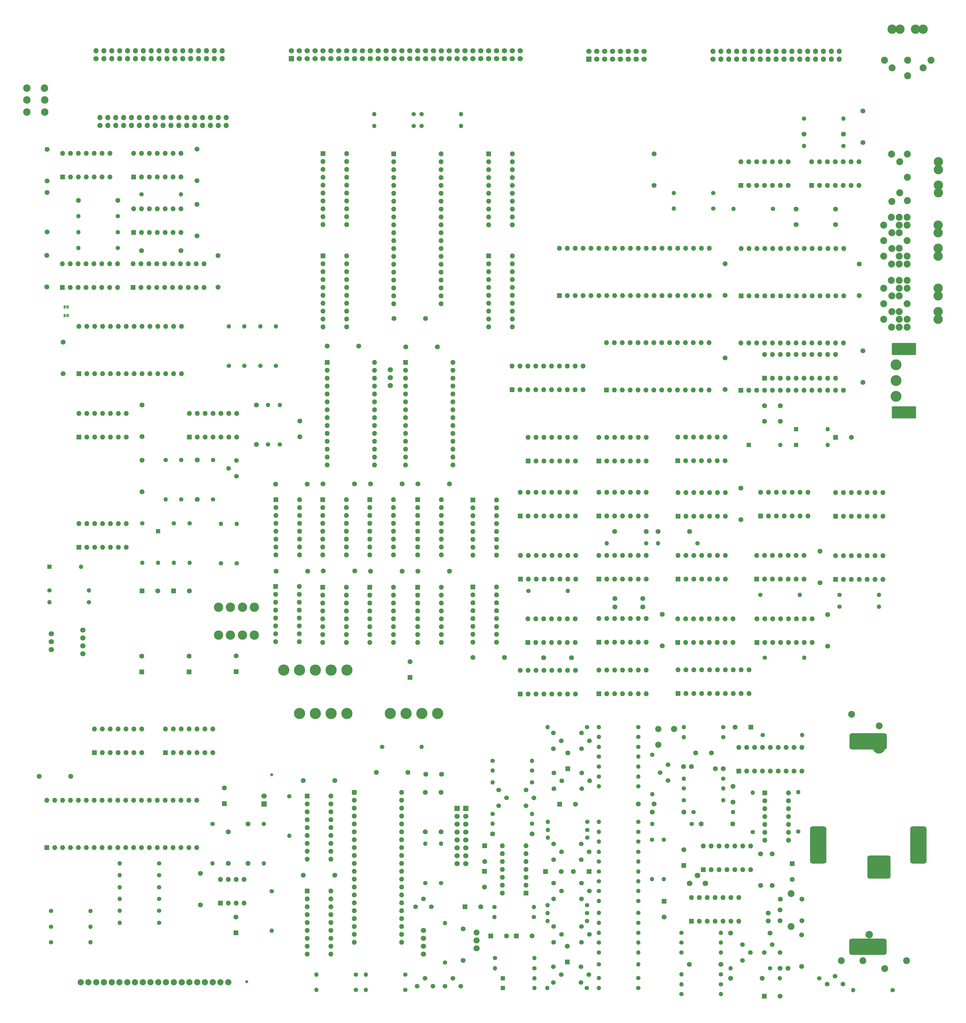
<source format=gbr>
%TF.GenerationSoftware,KiCad,Pcbnew,9.0.6*%
%TF.CreationDate,2025-11-01T23:52:33+00:00*%
%TF.ProjectId,EinsteinTC01,45696e73-7465-4696-9e54-4330312e6b69,rev?*%
%TF.SameCoordinates,Original*%
%TF.FileFunction,Soldermask,Bot*%
%TF.FilePolarity,Negative*%
%FSLAX46Y46*%
G04 Gerber Fmt 4.6, Leading zero omitted, Abs format (unit mm)*
G04 Created by KiCad (PCBNEW 9.0.6) date 2025-11-01 23:52:33*
%MOMM*%
%LPD*%
G01*
G04 APERTURE LIST*
G04 Aperture macros list*
%AMRoundRect*
0 Rectangle with rounded corners*
0 $1 Rounding radius*
0 $2 $3 $4 $5 $6 $7 $8 $9 X,Y pos of 4 corners*
0 Add a 4 corners polygon primitive as box body*
4,1,4,$2,$3,$4,$5,$6,$7,$8,$9,$2,$3,0*
0 Add four circle primitives for the rounded corners*
1,1,$1+$1,$2,$3*
1,1,$1+$1,$4,$5*
1,1,$1+$1,$6,$7*
1,1,$1+$1,$8,$9*
0 Add four rect primitives between the rounded corners*
20,1,$1+$1,$2,$3,$4,$5,0*
20,1,$1+$1,$4,$5,$6,$7,0*
20,1,$1+$1,$6,$7,$8,$9,0*
20,1,$1+$1,$8,$9,$2,$3,0*%
G04 Aperture macros list end*
%ADD10C,1.600000*%
%ADD11C,1.700000*%
%ADD12O,1.700000X1.700000*%
%ADD13R,1.600000X1.600000*%
%ADD14O,1.600000X1.600000*%
%ADD15R,1.700000X1.700000*%
%ADD16C,1.400000*%
%ADD17O,1.400000X1.400000*%
%ADD18C,1.500000*%
%ADD19C,1.000000*%
%ADD20R,1.400000X1.400000*%
%ADD21C,3.600000*%
%ADD22C,2.250000*%
%ADD23C,3.000000*%
%ADD24C,2.200000*%
%ADD25C,1.800000*%
%ADD26C,1.905000*%
%ADD27O,2.000000X1.905000*%
%ADD28C,2.400000*%
%ADD29RoundRect,0.787500X5.212500X1.837500X-5.212500X1.837500X-5.212500X-1.837500X5.212500X-1.837500X0*%
%ADD30RoundRect,0.781250X2.968750X2.968750X-2.968750X2.968750X-2.968750X-2.968750X2.968750X-2.968750X0*%
%ADD31RoundRect,0.787500X1.837500X-5.212500X1.837500X5.212500X-1.837500X5.212500X-1.837500X-5.212500X0*%
%ADD32C,4.000000*%
%ADD33C,2.000000*%
%ADD34C,3.500000*%
%ADD35RoundRect,0.275000X-3.650000X1.650000X-3.650000X-1.650000X3.650000X-1.650000X3.650000X1.650000X0*%
%ADD36R,0.600000X1.000000*%
G04 APERTURE END LIST*
%TO.C,JP4*%
G36*
X106600000Y-113400000D02*
G01*
X106900000Y-113400000D01*
X106900000Y-112400000D01*
X106600000Y-112400000D01*
X106600000Y-113400000D01*
G37*
%TO.C,JP5*%
G36*
X106600000Y-116175000D02*
G01*
X106900000Y-116175000D01*
X106900000Y-115175000D01*
X106600000Y-115175000D01*
X106600000Y-116175000D01*
G37*
%TD*%
D10*
%TO.C,C5*%
X158930000Y-292070000D03*
X158930000Y-281910000D03*
%TD*%
D11*
%TO.C,M1*%
X314980000Y-33080000D03*
D12*
X314980000Y-30540000D03*
X317520000Y-33080000D03*
X317520000Y-30540000D03*
X320060000Y-33080000D03*
X320060000Y-30540000D03*
X322600000Y-33080000D03*
X322600000Y-30540000D03*
X325140000Y-33080000D03*
X325140000Y-30540000D03*
X327680000Y-33080000D03*
X327680000Y-30540000D03*
X330220000Y-33080000D03*
X330220000Y-30540000D03*
X332760000Y-33080000D03*
X332760000Y-30540000D03*
X335300000Y-33080000D03*
X335300000Y-30540000D03*
X337840000Y-33080000D03*
X337840000Y-30540000D03*
X340380000Y-33080000D03*
X340380000Y-30540000D03*
X342920000Y-33080000D03*
X342920000Y-30540000D03*
X345460000Y-33080000D03*
X345460000Y-30540000D03*
X348000000Y-33080000D03*
X348000000Y-30540000D03*
X350540000Y-33080000D03*
X350540000Y-30540000D03*
X353080000Y-33080000D03*
X353080000Y-30540000D03*
X355620000Y-33080000D03*
X355620000Y-30540000D03*
%TD*%
D13*
%TO.C,I26*%
X252920000Y-180170000D03*
D14*
X255460000Y-180170000D03*
X258000000Y-180170000D03*
X260540000Y-180170000D03*
X263080000Y-180170000D03*
X265620000Y-180170000D03*
X268160000Y-180170000D03*
X270700000Y-180170000D03*
X270700000Y-172550000D03*
X268160000Y-172550000D03*
X265620000Y-172550000D03*
X263080000Y-172550000D03*
X260540000Y-172550000D03*
X258000000Y-172550000D03*
X255460000Y-172550000D03*
X252920000Y-172550000D03*
%TD*%
D15*
%TO.C,M101*%
X235360000Y-274297500D03*
D11*
X235360000Y-276837500D03*
X235360000Y-279377500D03*
X235360000Y-281917500D03*
X235360000Y-284457500D03*
X235360000Y-286997500D03*
X235360000Y-289537500D03*
X235360000Y-292077500D03*
%TD*%
D16*
%TO.C,R61*%
X172900000Y-301000000D03*
D17*
X172900000Y-313700000D03*
%TD*%
D13*
%TO.C,I66*%
X255390000Y-220870000D03*
D14*
X257930000Y-220870000D03*
X260470000Y-220870000D03*
X263010000Y-220870000D03*
X265550000Y-220870000D03*
X268090000Y-220870000D03*
X270630000Y-220870000D03*
X270630000Y-213250000D03*
X268090000Y-213250000D03*
X265550000Y-213250000D03*
X263010000Y-213250000D03*
X260470000Y-213250000D03*
X257930000Y-213250000D03*
X255390000Y-213250000D03*
%TD*%
D18*
%TO.C,Q116*%
X272615000Y-312370000D03*
X275155000Y-314910000D03*
X272615000Y-317450000D03*
%TD*%
D16*
%TO.C,R24*%
X215930000Y-332770000D03*
D17*
X203230000Y-332770000D03*
%TD*%
D16*
%TO.C,R175*%
X318280000Y-251370000D03*
D17*
X305580000Y-251370000D03*
%TD*%
D13*
%TO.C,I6*%
X237700000Y-203070000D03*
D14*
X237700000Y-205610000D03*
X237700000Y-208150000D03*
X237700000Y-210690000D03*
X237700000Y-213230000D03*
X237700000Y-215770000D03*
X237700000Y-218310000D03*
X237700000Y-220850000D03*
X245320000Y-220850000D03*
X245320000Y-218310000D03*
X245320000Y-215770000D03*
X245320000Y-213230000D03*
X245320000Y-210690000D03*
X245320000Y-208150000D03*
X245320000Y-205610000D03*
X245320000Y-203070000D03*
%TD*%
D10*
%TO.C,C45*%
X351880000Y-222090000D03*
X351880000Y-211930000D03*
%TD*%
%TO.C,C3*%
X149990000Y-305390000D03*
X149990000Y-295230000D03*
%TD*%
D13*
%TO.C,I3*%
X242730000Y-63590000D03*
D14*
X242730000Y-66130000D03*
X242730000Y-68670000D03*
X242730000Y-71210000D03*
X242730000Y-73750000D03*
X242730000Y-76290000D03*
X242730000Y-78830000D03*
X242730000Y-81370000D03*
X242730000Y-83910000D03*
X242730000Y-86450000D03*
X250350000Y-86450000D03*
X250350000Y-83910000D03*
X250350000Y-81370000D03*
X250350000Y-78830000D03*
X250350000Y-76290000D03*
X250350000Y-73750000D03*
X250350000Y-71210000D03*
X250350000Y-68670000D03*
X250350000Y-66130000D03*
X250350000Y-63590000D03*
%TD*%
D10*
%TO.C,C46*%
X298650000Y-222000000D03*
X298650000Y-211840000D03*
%TD*%
%TO.C,C52*%
X318860000Y-139460000D03*
X318860000Y-129300000D03*
%TD*%
D13*
%TO.C,I32*%
X330320000Y-180188000D03*
D14*
X332860000Y-180188000D03*
X335400000Y-180188000D03*
X337940000Y-180188000D03*
X340480000Y-180188000D03*
X343020000Y-180188000D03*
X345560000Y-180188000D03*
X345560000Y-172568000D03*
X343020000Y-172568000D03*
X340480000Y-172568000D03*
X337940000Y-172568000D03*
X335400000Y-172568000D03*
X332860000Y-172568000D03*
X330320000Y-172568000D03*
%TD*%
D19*
%TO.C,TP2*%
X172925000Y-263525000D03*
%TD*%
D20*
%TO.C,D2*%
X341730000Y-157330000D03*
D17*
X351890000Y-157330000D03*
%TD*%
D16*
%TO.C,R13*%
X136680000Y-299710000D03*
D17*
X123980000Y-299710000D03*
%TD*%
D13*
%TO.C,I52*%
X110870000Y-190250000D03*
D14*
X113410000Y-190250000D03*
X115950000Y-190250000D03*
X118490000Y-190250000D03*
X121030000Y-190250000D03*
X123570000Y-190250000D03*
X126110000Y-190250000D03*
X126110000Y-182630000D03*
X123570000Y-182630000D03*
X121030000Y-182630000D03*
X118490000Y-182630000D03*
X115950000Y-182630000D03*
X113410000Y-182630000D03*
X110870000Y-182630000D03*
%TD*%
D16*
%TO.C,R22*%
X200010000Y-332770000D03*
D17*
X187310000Y-332770000D03*
%TD*%
D16*
%TO.C,R19*%
X228720000Y-323980000D03*
D17*
X228720000Y-311280000D03*
%TD*%
D10*
%TO.C,X100*%
X314440000Y-256450000D03*
X309360000Y-256450000D03*
%TD*%
D18*
%TO.C,Q111*%
X272500000Y-325270000D03*
X275040000Y-327810000D03*
X272500000Y-330350000D03*
%TD*%
D10*
%TO.C,C35*%
X199610000Y-169870000D03*
X189450000Y-169870000D03*
%TD*%
%TO.C,X2*%
X181970000Y-154710000D03*
X181970000Y-149630000D03*
%TD*%
D16*
%TO.C,R36*%
X143830000Y-174880000D03*
D17*
X143830000Y-162180000D03*
%TD*%
D16*
%TO.C,R23*%
X200010000Y-327840000D03*
D17*
X187310000Y-327840000D03*
%TD*%
D13*
%TO.C,I38*%
X199540000Y-269170000D03*
D14*
X199540000Y-271710000D03*
X199540000Y-274250000D03*
X199540000Y-276790000D03*
X199540000Y-279330000D03*
X199540000Y-281870000D03*
X199540000Y-284410000D03*
X199540000Y-286950000D03*
X199540000Y-289490000D03*
X199540000Y-292030000D03*
X199540000Y-294570000D03*
X199540000Y-297110000D03*
X199540000Y-299650000D03*
X199540000Y-302190000D03*
X199540000Y-304730000D03*
X199540000Y-307270000D03*
X199540000Y-309810000D03*
X199540000Y-312350000D03*
X199540000Y-314890000D03*
X199540000Y-317430000D03*
X214780000Y-317430000D03*
X214780000Y-314890000D03*
X214780000Y-312350000D03*
X214780000Y-309810000D03*
X214780000Y-307270000D03*
X214780000Y-304730000D03*
X214780000Y-302190000D03*
X214780000Y-299650000D03*
X214780000Y-297110000D03*
X214780000Y-294570000D03*
X214780000Y-292030000D03*
X214780000Y-289490000D03*
X214780000Y-286950000D03*
X214780000Y-284410000D03*
X214780000Y-281870000D03*
X214780000Y-279330000D03*
X214780000Y-276790000D03*
X214780000Y-274250000D03*
X214780000Y-271710000D03*
X214780000Y-269170000D03*
%TD*%
D16*
%TO.C,R128*%
X290930000Y-278660000D03*
D17*
X278230000Y-278660000D03*
%TD*%
D16*
%TO.C,R142*%
X290930000Y-288280000D03*
D17*
X278230000Y-288280000D03*
%TD*%
D13*
%TO.C,C25*%
X141370000Y-204330000D03*
D10*
X146450000Y-204330000D03*
%TD*%
D13*
%TO.C,I21*%
X303710000Y-200540000D03*
D14*
X306250000Y-200540000D03*
X308790000Y-200540000D03*
X311330000Y-200540000D03*
X313870000Y-200540000D03*
X316410000Y-200540000D03*
X318950000Y-200540000D03*
X318950000Y-192920000D03*
X316410000Y-192920000D03*
X313870000Y-192920000D03*
X311330000Y-192920000D03*
X308790000Y-192920000D03*
X306250000Y-192920000D03*
X303710000Y-192920000D03*
%TD*%
D20*
%TO.C,D3*%
X326460000Y-157330000D03*
D17*
X336620000Y-157330000D03*
%TD*%
D10*
%TO.C,C122*%
X332800000Y-308050000D03*
X332800000Y-310590000D03*
%TD*%
D16*
%TO.C,R40*%
X161620000Y-195405000D03*
D17*
X161620000Y-182705000D03*
%TD*%
D18*
%TO.C,Q120*%
X263690000Y-312370000D03*
X266230000Y-314910000D03*
X263690000Y-317450000D03*
%TD*%
D21*
%TO.C,M8*%
X181870000Y-243770000D03*
X186950000Y-243770000D03*
X192030000Y-243770000D03*
X197110000Y-243770000D03*
%TD*%
D16*
%TO.C,R143*%
X278260000Y-257680000D03*
D17*
X290960000Y-257680000D03*
%TD*%
D13*
%TO.C,I37*%
X156400000Y-304790000D03*
D14*
X158940000Y-304790000D03*
X161480000Y-304790000D03*
X164020000Y-304790000D03*
X164020000Y-297170000D03*
X161480000Y-297170000D03*
X158940000Y-297170000D03*
X156400000Y-297170000D03*
%TD*%
D13*
%TO.C,I17*%
X255460000Y-162470000D03*
D14*
X258000000Y-162470000D03*
X260540000Y-162470000D03*
X263080000Y-162470000D03*
X265620000Y-162470000D03*
X268160000Y-162470000D03*
X270700000Y-162470000D03*
X270700000Y-154850000D03*
X268160000Y-154850000D03*
X265620000Y-154850000D03*
X263080000Y-154850000D03*
X260540000Y-154850000D03*
X258000000Y-154850000D03*
X255460000Y-154850000D03*
%TD*%
D20*
%TO.C,D4*%
X136310000Y-185070000D03*
D17*
X136310000Y-195230000D03*
%TD*%
D16*
%TO.C,R10*%
X101900000Y-317420000D03*
D17*
X114600000Y-317420000D03*
%TD*%
D16*
%TO.C,R2*%
X218600000Y-50820000D03*
D17*
X205900000Y-50820000D03*
%TD*%
D16*
%TO.C,R167*%
X308130000Y-279350000D03*
D17*
X295430000Y-279350000D03*
%TD*%
D16*
%TO.C,R30*%
X169240000Y-131850000D03*
D17*
X169240000Y-119150000D03*
%TD*%
D10*
%TO.C,C41*%
X323980000Y-181410000D03*
X323980000Y-171250000D03*
%TD*%
D13*
%TO.C,I40*%
X184330000Y-270390000D03*
D14*
X184330000Y-272930000D03*
X184330000Y-275470000D03*
X184330000Y-278010000D03*
X184330000Y-280550000D03*
X184330000Y-283090000D03*
X184330000Y-285630000D03*
X184330000Y-288170000D03*
X184330000Y-290710000D03*
X191950000Y-290710000D03*
X191950000Y-288170000D03*
X191950000Y-285630000D03*
X191950000Y-283090000D03*
X191950000Y-280550000D03*
X191950000Y-278010000D03*
X191950000Y-275470000D03*
X191950000Y-272930000D03*
X191950000Y-270390000D03*
%TD*%
D13*
%TO.C,I54*%
X278280000Y-220860000D03*
D14*
X280820000Y-220860000D03*
X283360000Y-220860000D03*
X285900000Y-220860000D03*
X288440000Y-220860000D03*
X290980000Y-220860000D03*
X293520000Y-220860000D03*
X293520000Y-213240000D03*
X290980000Y-213240000D03*
X288440000Y-213240000D03*
X285900000Y-213240000D03*
X283360000Y-213240000D03*
X280820000Y-213240000D03*
X278280000Y-213240000D03*
%TD*%
D10*
%TO.C,C120*%
X333390000Y-314450000D03*
X320690000Y-314450000D03*
%TD*%
D16*
%TO.C,R14*%
X136680000Y-295850000D03*
D17*
X123980000Y-295850000D03*
%TD*%
D13*
%TO.C,I15*%
X174270000Y-174970000D03*
D14*
X174270000Y-177510000D03*
X174270000Y-180050000D03*
X174270000Y-182590000D03*
X174270000Y-185130000D03*
X174270000Y-187670000D03*
X174270000Y-190210000D03*
X174270000Y-192750000D03*
X181890000Y-192750000D03*
X181890000Y-190210000D03*
X181890000Y-187670000D03*
X181890000Y-185130000D03*
X181890000Y-182590000D03*
X181890000Y-180050000D03*
X181890000Y-177510000D03*
X181890000Y-174970000D03*
%TD*%
D13*
%TO.C,I5*%
X242750000Y-96470000D03*
D14*
X242750000Y-99010000D03*
X242750000Y-101550000D03*
X242750000Y-104090000D03*
X242750000Y-106630000D03*
X242750000Y-109170000D03*
X242750000Y-111710000D03*
X242750000Y-114250000D03*
X242750000Y-116790000D03*
X242750000Y-119330000D03*
X250370000Y-119330000D03*
X250370000Y-116790000D03*
X250370000Y-114250000D03*
X250370000Y-111710000D03*
X250370000Y-109170000D03*
X250370000Y-106630000D03*
X250370000Y-104090000D03*
X250370000Y-101550000D03*
X250370000Y-99010000D03*
X250370000Y-96470000D03*
%TD*%
D10*
%TO.C,C28*%
X131160000Y-154640000D03*
X131160000Y-144480000D03*
%TD*%
D18*
%TO.C,Q1*%
X228710000Y-331570000D03*
X231250000Y-329030000D03*
X233790000Y-331570000D03*
%TD*%
D11*
%TO.C,M12*%
X101960000Y-218110000D03*
X101960000Y-220650000D03*
X101960000Y-223190000D03*
%TD*%
D10*
%TO.C,J50*%
X283440000Y-206790000D03*
X292400000Y-206790000D03*
%TD*%
D13*
%TO.C,C112*%
X261080000Y-294660000D03*
D10*
X266160000Y-294660000D03*
%TD*%
%TO.C,C33*%
X214870000Y-169870000D03*
X204710000Y-169870000D03*
%TD*%
D20*
%TO.C,D1*%
X341730000Y-152260000D03*
D17*
X351890000Y-152260000D03*
%TD*%
D16*
%TO.C,R56*%
X123360000Y-83700000D03*
D17*
X110660000Y-83700000D03*
%TD*%
D13*
%TO.C,I58*%
X280710000Y-139640000D03*
D14*
X283250000Y-139640000D03*
X285790000Y-139640000D03*
X288330000Y-139640000D03*
X290870000Y-139640000D03*
X293410000Y-139640000D03*
X295950000Y-139640000D03*
X298490000Y-139640000D03*
X301030000Y-139640000D03*
X303570000Y-139640000D03*
X306110000Y-139640000D03*
X308650000Y-139640000D03*
X311190000Y-139640000D03*
X313730000Y-139640000D03*
X313730000Y-124400000D03*
X311190000Y-124400000D03*
X308650000Y-124400000D03*
X306110000Y-124400000D03*
X303570000Y-124400000D03*
X301030000Y-124400000D03*
X298490000Y-124400000D03*
X295950000Y-124400000D03*
X293410000Y-124400000D03*
X290870000Y-124400000D03*
X288330000Y-124400000D03*
X285790000Y-124400000D03*
X283250000Y-124400000D03*
X280710000Y-124400000D03*
%TD*%
D16*
%TO.C,R101*%
X257510000Y-325800000D03*
D17*
X244810000Y-325800000D03*
%TD*%
D10*
%TO.C,C40*%
X295990000Y-73800000D03*
X295990000Y-63640000D03*
%TD*%
D16*
%TO.C,R168*%
X330970000Y-250720000D03*
D17*
X343670000Y-250720000D03*
%TD*%
D10*
%TO.C,C106*%
X244040000Y-282510000D03*
X256740000Y-282510000D03*
%TD*%
D22*
%TO.C,M16*%
X370170000Y-33435000D03*
X372670000Y-35935000D03*
X377670000Y-33435000D03*
X382670000Y-35935000D03*
X385170000Y-33435000D03*
X377670000Y-38435000D03*
D23*
X372670000Y-23435000D03*
X375170000Y-23435000D03*
X380170000Y-23435000D03*
X382670000Y-23435000D03*
%TD*%
D22*
%TO.C,M15*%
X377450000Y-84035000D03*
X377450000Y-86535000D03*
X369950000Y-86535000D03*
X377450000Y-91535000D03*
X369950000Y-91535000D03*
X377450000Y-96535000D03*
X369950000Y-96535000D03*
X377450000Y-99035000D03*
X374950000Y-86535000D03*
X374950000Y-89035000D03*
X372570000Y-89035000D03*
X374950000Y-94035000D03*
X372570000Y-94055000D03*
X374950000Y-96535000D03*
X374950000Y-84035000D03*
X372430000Y-84035000D03*
X374950000Y-99035000D03*
X372450000Y-99035000D03*
D23*
X387450000Y-86535000D03*
X387450000Y-89035000D03*
X387450000Y-94035000D03*
X387450000Y-96535000D03*
%TD*%
D16*
%TO.C,R123*%
X290930000Y-332180000D03*
D17*
X278230000Y-332180000D03*
%TD*%
D16*
%TO.C,R161*%
X317520000Y-327720000D03*
D17*
X304820000Y-327720000D03*
%TD*%
D10*
%TO.C,C70*%
X143675000Y-94725000D03*
X130975000Y-94725000D03*
%TD*%
D20*
%TO.C,D101*%
X247350000Y-329000000D03*
D17*
X257510000Y-329000000D03*
%TD*%
D13*
%TO.C,I103*%
X308010000Y-310660000D03*
D14*
X310550000Y-310660000D03*
X313090000Y-310660000D03*
X315630000Y-310660000D03*
X318170000Y-310660000D03*
X320710000Y-310660000D03*
X323250000Y-310660000D03*
X323250000Y-303040000D03*
X320710000Y-303040000D03*
X318170000Y-303040000D03*
X315630000Y-303040000D03*
X313090000Y-303040000D03*
X310550000Y-303040000D03*
X308010000Y-303040000D03*
%TD*%
D13*
%TO.C,I14*%
X189350000Y-203110000D03*
D14*
X189350000Y-205650000D03*
X189350000Y-208190000D03*
X189350000Y-210730000D03*
X189350000Y-213270000D03*
X189350000Y-215810000D03*
X189350000Y-218350000D03*
X189350000Y-220890000D03*
X196970000Y-220890000D03*
X196970000Y-218350000D03*
X196970000Y-215810000D03*
X196970000Y-213270000D03*
X196970000Y-210730000D03*
X196970000Y-208190000D03*
X196970000Y-205650000D03*
X196970000Y-203110000D03*
%TD*%
D18*
%TO.C,Q109*%
X254795000Y-268390000D03*
X257335000Y-270930000D03*
X254795000Y-273470000D03*
%TD*%
D10*
%TO.C,J52*%
X269440000Y-225800000D03*
X260480000Y-225800000D03*
%TD*%
D18*
%TO.C,Q113*%
X263685000Y-298420000D03*
X266225000Y-300960000D03*
X263685000Y-303500000D03*
%TD*%
D16*
%TO.C,R157*%
X290960000Y-248140000D03*
D17*
X278260000Y-248140000D03*
%TD*%
D16*
%TO.C,R52*%
X114060000Y-207950000D03*
D17*
X101360000Y-207950000D03*
%TD*%
D11*
%TO.C,M17*%
X112100000Y-216930000D03*
X112100000Y-219470000D03*
X112100000Y-222010000D03*
X112100000Y-224550000D03*
%TD*%
D13*
%TO.C,I102*%
X331630000Y-269380000D03*
D14*
X331630000Y-271920000D03*
X331630000Y-274460000D03*
X331630000Y-277000000D03*
X331630000Y-279540000D03*
X331630000Y-282080000D03*
X331630000Y-284620000D03*
X339250000Y-284620000D03*
X339250000Y-282080000D03*
X339250000Y-279540000D03*
X339250000Y-277000000D03*
X339250000Y-274460000D03*
X339250000Y-271920000D03*
X339250000Y-269380000D03*
%TD*%
D10*
%TO.C,C128*%
X343560000Y-315090000D03*
X343560000Y-325250000D03*
%TD*%
D13*
%TO.C,C121*%
X327160000Y-248180000D03*
D10*
X322080000Y-248180000D03*
%TD*%
D13*
%TO.C,I7*%
X237710000Y-175050000D03*
D14*
X237710000Y-177590000D03*
X237710000Y-180130000D03*
X237710000Y-182670000D03*
X237710000Y-185210000D03*
X237710000Y-187750000D03*
X237710000Y-190290000D03*
X237710000Y-192830000D03*
X245330000Y-192830000D03*
X245330000Y-190290000D03*
X245330000Y-187750000D03*
X245330000Y-185210000D03*
X245330000Y-182670000D03*
X245330000Y-180130000D03*
X245330000Y-177590000D03*
X245330000Y-175050000D03*
%TD*%
D16*
%TO.C,R172*%
X299160000Y-284440000D03*
D17*
X299160000Y-297140000D03*
%TD*%
D13*
%TO.C,C6*%
X157670000Y-272840000D03*
D10*
X157670000Y-267760000D03*
%TD*%
D15*
%TO.C,M100*%
X232600000Y-274297500D03*
D11*
X232600000Y-276837500D03*
X232600000Y-279377500D03*
X232600000Y-281917500D03*
X232600000Y-284457500D03*
X232600000Y-286997500D03*
X232600000Y-289537500D03*
X232600000Y-292077500D03*
%TD*%
D10*
%TO.C,C130*%
X315740000Y-261580000D03*
X318280000Y-261580000D03*
%TD*%
%TO.C,C1*%
X283330000Y-185210000D03*
X293490000Y-185210000D03*
%TD*%
D16*
%TO.C,R60*%
X178620000Y-270400000D03*
D17*
X178620000Y-283100000D03*
%TD*%
D10*
%TO.C,C60*%
X148830000Y-72220000D03*
X148830000Y-62060000D03*
%TD*%
%TO.C,C54*%
X363240000Y-137150000D03*
X363240000Y-126990000D03*
%TD*%
%TO.C,C15*%
X356960000Y-57290000D03*
X344260000Y-57290000D03*
%TD*%
%TO.C,L101*%
X343600000Y-310520000D03*
X336575000Y-307020000D03*
X336625000Y-303520000D03*
X343600000Y-303520000D03*
X336600000Y-310520000D03*
D24*
X340100000Y-312370000D03*
X340100000Y-301770000D03*
%TD*%
D16*
%TO.C,R138*%
X278230000Y-317500000D03*
D17*
X290930000Y-317500000D03*
%TD*%
D16*
%TO.C,R166*%
X308750000Y-275550000D03*
D17*
X321450000Y-275550000D03*
%TD*%
D10*
%TO.C,X1*%
X222510000Y-263360000D03*
X227590000Y-263360000D03*
%TD*%
%TO.C,C17*%
X354440000Y-86390000D03*
X341740000Y-86390000D03*
%TD*%
D18*
%TO.C,Q114*%
X263760000Y-262890000D03*
X266300000Y-265430000D03*
X263760000Y-267970000D03*
%TD*%
D13*
%TO.C,C108*%
X251620000Y-315410000D03*
D10*
X256700000Y-315410000D03*
%TD*%
%TO.C,C56*%
X193240000Y-265320000D03*
X183080000Y-265320000D03*
%TD*%
D18*
%TO.C,Q123*%
X324460000Y-318160000D03*
X327000000Y-320700000D03*
X324460000Y-323240000D03*
%TD*%
D16*
%TO.C,R26*%
X227440000Y-298410000D03*
D17*
X227440000Y-285710000D03*
%TD*%
D13*
%TO.C,I22*%
X278250000Y-162470000D03*
D14*
X280790000Y-162470000D03*
X283330000Y-162470000D03*
X285870000Y-162470000D03*
X288410000Y-162470000D03*
X290950000Y-162470000D03*
X293490000Y-162470000D03*
X293490000Y-154850000D03*
X290950000Y-154850000D03*
X288410000Y-154850000D03*
X285870000Y-154850000D03*
X283330000Y-154850000D03*
X280790000Y-154850000D03*
X278250000Y-154850000D03*
%TD*%
D22*
%TO.C,M13*%
X372490000Y-63650000D03*
X372570000Y-78890000D03*
X377570000Y-71150000D03*
X375070000Y-76150000D03*
X375070000Y-66150000D03*
X377570000Y-63650000D03*
X377570000Y-78650000D03*
D23*
X387570000Y-66150000D03*
X387570000Y-68650000D03*
X387570000Y-73650000D03*
X387570000Y-76150000D03*
%TD*%
D16*
%TO.C,R15*%
X136680000Y-292050000D03*
D17*
X123980000Y-292050000D03*
%TD*%
D13*
%TO.C,I16*%
X174220000Y-202900000D03*
D14*
X174220000Y-205440000D03*
X174220000Y-207980000D03*
X174220000Y-210520000D03*
X174220000Y-213060000D03*
X174220000Y-215600000D03*
X174220000Y-218140000D03*
X174220000Y-220680000D03*
X181840000Y-220680000D03*
X181840000Y-218140000D03*
X181840000Y-215600000D03*
X181840000Y-213060000D03*
X181840000Y-210520000D03*
X181840000Y-207980000D03*
X181840000Y-205440000D03*
X181840000Y-202900000D03*
%TD*%
D10*
%TO.C,M50*%
X363210000Y-59960000D03*
X363210000Y-49800000D03*
%TD*%
D18*
%TO.C,Q2*%
X219760000Y-331570000D03*
X222300000Y-329030000D03*
X224840000Y-331570000D03*
%TD*%
D13*
%TO.C,I57*%
X303700000Y-237300000D03*
D14*
X306240000Y-237300000D03*
X308780000Y-237300000D03*
X311320000Y-237300000D03*
X313860000Y-237300000D03*
X316400000Y-237300000D03*
X318940000Y-237300000D03*
X321480000Y-237300000D03*
X324020000Y-237300000D03*
X326560000Y-237300000D03*
X326560000Y-229680000D03*
X324020000Y-229680000D03*
X321480000Y-229680000D03*
X318940000Y-229680000D03*
X316400000Y-229680000D03*
X313860000Y-229680000D03*
X311320000Y-229680000D03*
X308780000Y-229680000D03*
X306240000Y-229680000D03*
X303700000Y-229680000D03*
%TD*%
D13*
%TO.C,I48*%
X110870000Y-154780000D03*
D14*
X113410000Y-154780000D03*
X115950000Y-154780000D03*
X118490000Y-154780000D03*
X121030000Y-154780000D03*
X123570000Y-154780000D03*
X126110000Y-154780000D03*
X126110000Y-147160000D03*
X123570000Y-147160000D03*
X121030000Y-147160000D03*
X118490000Y-147160000D03*
X115950000Y-147160000D03*
X113410000Y-147160000D03*
X110870000Y-147160000D03*
%TD*%
D13*
%TO.C,C23*%
X146350000Y-230350000D03*
D10*
X146350000Y-225270000D03*
%TD*%
D13*
%TO.C,I41*%
X184330000Y-300950000D03*
D14*
X184330000Y-303490000D03*
X184330000Y-306030000D03*
X184330000Y-308570000D03*
X184330000Y-311110000D03*
X184330000Y-313650000D03*
X184330000Y-316190000D03*
X184330000Y-318730000D03*
X184330000Y-321270000D03*
X191950000Y-321270000D03*
X191950000Y-318730000D03*
X191950000Y-316190000D03*
X191950000Y-313650000D03*
X191950000Y-311110000D03*
X191950000Y-308570000D03*
X191950000Y-306030000D03*
X191950000Y-303490000D03*
X191950000Y-300950000D03*
%TD*%
D10*
%TO.C,C48*%
X100490000Y-106470000D03*
X100490000Y-96310000D03*
%TD*%
D13*
%TO.C,I8*%
X219900000Y-174970000D03*
D14*
X219900000Y-177510000D03*
X219900000Y-180050000D03*
X219900000Y-182590000D03*
X219900000Y-185130000D03*
X219900000Y-187670000D03*
X219900000Y-190210000D03*
X219900000Y-192750000D03*
X227520000Y-192750000D03*
X227520000Y-190210000D03*
X227520000Y-187670000D03*
X227520000Y-185130000D03*
X227520000Y-182590000D03*
X227520000Y-180050000D03*
X227520000Y-177510000D03*
X227520000Y-174970000D03*
%TD*%
D16*
%TO.C,R177*%
X349200000Y-328990000D03*
D17*
X336500000Y-328990000D03*
%TD*%
D16*
%TO.C,R144*%
X290960000Y-254500000D03*
D17*
X278260000Y-254500000D03*
%TD*%
D18*
%TO.C,Q108*%
X245985000Y-268390000D03*
X248525000Y-270930000D03*
X245985000Y-273470000D03*
%TD*%
D16*
%TO.C,R160*%
X327730000Y-281990000D03*
D17*
X327730000Y-269290000D03*
%TD*%
D10*
%TO.C,C50*%
X155650000Y-106520000D03*
X155650000Y-96360000D03*
%TD*%
D23*
%TO.C,M51*%
X155810000Y-218530000D03*
X159620000Y-218530000D03*
X163480000Y-218530000D03*
X167340000Y-218530000D03*
X167340000Y-209570000D03*
X163480000Y-209570000D03*
X159620000Y-209570000D03*
X155810000Y-209570000D03*
%TD*%
D13*
%TO.C,I10*%
X219900000Y-203110000D03*
D14*
X219900000Y-205650000D03*
X219900000Y-208190000D03*
X219900000Y-210730000D03*
X219900000Y-213270000D03*
X219900000Y-215810000D03*
X219900000Y-218350000D03*
X219900000Y-220890000D03*
X227520000Y-220890000D03*
X227520000Y-218350000D03*
X227520000Y-215810000D03*
X227520000Y-213270000D03*
X227520000Y-210730000D03*
X227520000Y-208190000D03*
X227520000Y-205650000D03*
X227520000Y-203110000D03*
%TD*%
D16*
%TO.C,R7*%
X255510000Y-204280000D03*
D17*
X268210000Y-204280000D03*
%TD*%
D16*
%TO.C,R162*%
X304820000Y-320720000D03*
D17*
X317520000Y-320720000D03*
%TD*%
D10*
%TO.C,C114*%
X334060000Y-299130000D03*
X334060000Y-288970000D03*
%TD*%
D16*
%TO.C,R53*%
X146500000Y-182530000D03*
D17*
X146500000Y-195230000D03*
%TD*%
D13*
%TO.C,I13*%
X189350000Y-174970000D03*
D14*
X189350000Y-177510000D03*
X189350000Y-180050000D03*
X189350000Y-182590000D03*
X189350000Y-185130000D03*
X189350000Y-187670000D03*
X189350000Y-190210000D03*
X189350000Y-192750000D03*
X196970000Y-192750000D03*
X196970000Y-190210000D03*
X196970000Y-187670000D03*
X196970000Y-185130000D03*
X196970000Y-182590000D03*
X196970000Y-180050000D03*
X196970000Y-177510000D03*
X196970000Y-174970000D03*
%TD*%
D13*
%TO.C,I104*%
X311870000Y-294100000D03*
D14*
X314410000Y-294100000D03*
X316950000Y-294100000D03*
X319490000Y-294100000D03*
X322030000Y-294100000D03*
X324570000Y-294100000D03*
X327110000Y-294100000D03*
X327110000Y-286480000D03*
X324570000Y-286480000D03*
X322030000Y-286480000D03*
X319490000Y-286480000D03*
X316950000Y-286480000D03*
X314410000Y-286480000D03*
X311870000Y-286480000D03*
%TD*%
D16*
%TO.C,R148*%
X290930000Y-285020000D03*
D17*
X278230000Y-285020000D03*
%TD*%
D16*
%TO.C,R43*%
X131020000Y-76630000D03*
D17*
X143720000Y-76630000D03*
%TD*%
D16*
%TO.C,R133*%
X274440000Y-305460000D03*
D17*
X261740000Y-305460000D03*
%TD*%
D10*
%TO.C,C61*%
X100570000Y-72320000D03*
X100570000Y-62160000D03*
%TD*%
D16*
%TO.C,R170*%
X305580000Y-267910000D03*
D17*
X318280000Y-267910000D03*
%TD*%
D10*
%TO.C,C37*%
X184380000Y-169940000D03*
X174220000Y-169940000D03*
%TD*%
D16*
%TO.C,R173*%
X318280000Y-264750000D03*
D17*
X305580000Y-264750000D03*
%TD*%
D16*
%TO.C,R153*%
X290930000Y-307950000D03*
D17*
X278230000Y-307950000D03*
%TD*%
D13*
%TO.C,I42*%
X110880000Y-134410000D03*
D14*
X113420000Y-134410000D03*
X115960000Y-134410000D03*
X118500000Y-134410000D03*
X121040000Y-134410000D03*
X123580000Y-134410000D03*
X126120000Y-134410000D03*
X128660000Y-134410000D03*
X131200000Y-134410000D03*
X133740000Y-134410000D03*
X136280000Y-134410000D03*
X138820000Y-134410000D03*
X141360000Y-134410000D03*
X143900000Y-134410000D03*
X143900000Y-119170000D03*
X141360000Y-119170000D03*
X138820000Y-119170000D03*
X136280000Y-119170000D03*
X133740000Y-119170000D03*
X131200000Y-119170000D03*
X128660000Y-119170000D03*
X126120000Y-119170000D03*
X123580000Y-119170000D03*
X121040000Y-119170000D03*
X118500000Y-119170000D03*
X115960000Y-119170000D03*
X113420000Y-119170000D03*
X110880000Y-119170000D03*
%TD*%
D25*
%TO.C,R179*%
X307430000Y-298490000D03*
X309970000Y-295950000D03*
X312510000Y-298490000D03*
%TD*%
D18*
%TO.C,Q110*%
X263595000Y-325270000D03*
X266135000Y-327810000D03*
X263595000Y-330350000D03*
%TD*%
D13*
%TO.C,C132*%
X331470000Y-334780000D03*
D10*
X336550000Y-334780000D03*
%TD*%
D16*
%TO.C,R8*%
X101900000Y-312420000D03*
D17*
X114600000Y-312420000D03*
%TD*%
D13*
%TO.C,I51*%
X354410000Y-200570000D03*
D14*
X356950000Y-200570000D03*
X359490000Y-200570000D03*
X362030000Y-200570000D03*
X364570000Y-200570000D03*
X367110000Y-200570000D03*
X369650000Y-200570000D03*
X369650000Y-192950000D03*
X367110000Y-192950000D03*
X364570000Y-192950000D03*
X362030000Y-192950000D03*
X359490000Y-192950000D03*
X356950000Y-192950000D03*
X354410000Y-192950000D03*
%TD*%
D15*
%TO.C,M2*%
X275050000Y-33080000D03*
D11*
X275050000Y-30540000D03*
X277590000Y-33080000D03*
X277590000Y-30540000D03*
X280130000Y-33080000D03*
X280130000Y-30540000D03*
X282670000Y-33080000D03*
X282670000Y-30540000D03*
X285210000Y-33080000D03*
X285210000Y-30540000D03*
X287750000Y-33080000D03*
X287750000Y-30540000D03*
X290290000Y-33080000D03*
X290290000Y-30540000D03*
X292830000Y-33080000D03*
X292830000Y-30540000D03*
%TD*%
D10*
%TO.C,C16*%
X354440000Y-81350000D03*
X341740000Y-81350000D03*
%TD*%
D16*
%TO.C,R178*%
X372780000Y-332840000D03*
D17*
X360080000Y-332840000D03*
%TD*%
D16*
%TO.C,R124*%
X278230000Y-297800000D03*
D17*
X290930000Y-297800000D03*
%TD*%
D20*
%TO.C,D100*%
X247350000Y-332200000D03*
D17*
X257510000Y-332200000D03*
%TD*%
D13*
%TO.C,I28*%
X138710000Y-256380000D03*
D14*
X141250000Y-256380000D03*
X143790000Y-256380000D03*
X146330000Y-256380000D03*
X148870000Y-256380000D03*
X151410000Y-256380000D03*
X153950000Y-256380000D03*
X153950000Y-248760000D03*
X151410000Y-248760000D03*
X148870000Y-248760000D03*
X146330000Y-248760000D03*
X143790000Y-248760000D03*
X141250000Y-248760000D03*
X138710000Y-248760000D03*
%TD*%
D13*
%TO.C,I53*%
X105530000Y-106580000D03*
D14*
X108070000Y-106580000D03*
X110610000Y-106580000D03*
X113150000Y-106580000D03*
X115690000Y-106580000D03*
X118230000Y-106580000D03*
X120770000Y-106580000D03*
X123310000Y-106580000D03*
X123310000Y-98960000D03*
X120770000Y-98960000D03*
X118230000Y-98960000D03*
X115690000Y-98960000D03*
X113150000Y-98960000D03*
X110610000Y-98960000D03*
X108070000Y-98960000D03*
X105530000Y-98960000D03*
%TD*%
D10*
%TO.C,C47*%
X237712500Y-225737500D03*
X247872500Y-225737500D03*
%TD*%
D13*
%TO.C,I36*%
X250340000Y-139550000D03*
D14*
X252880000Y-139550000D03*
X255420000Y-139550000D03*
X257960000Y-139550000D03*
X260500000Y-139550000D03*
X263040000Y-139550000D03*
X265580000Y-139550000D03*
X268120000Y-139550000D03*
X270660000Y-139550000D03*
X273200000Y-139550000D03*
X273200000Y-131930000D03*
X270660000Y-131930000D03*
X268120000Y-131930000D03*
X265580000Y-131930000D03*
X263040000Y-131930000D03*
X260500000Y-131930000D03*
X257960000Y-131930000D03*
X255420000Y-131930000D03*
X252880000Y-131930000D03*
X250340000Y-131930000D03*
%TD*%
D16*
%TO.C,R4*%
X221140000Y-50820000D03*
D17*
X233840000Y-50820000D03*
%TD*%
D10*
%TO.C,C116*%
X330310000Y-299130000D03*
X330310000Y-288970000D03*
%TD*%
D26*
%TO.C,I106*%
X238880000Y-314300000D03*
D27*
X238880000Y-316840000D03*
X238880000Y-319380000D03*
%TD*%
D13*
%TO.C,C9*%
X161390000Y-314420000D03*
D10*
X161390000Y-309340000D03*
%TD*%
%TO.C,C118*%
X320660000Y-329040000D03*
X330820000Y-329040000D03*
%TD*%
D16*
%TO.C,R58*%
X315050000Y-81180000D03*
D17*
X302350000Y-81180000D03*
%TD*%
D16*
%TO.C,R106*%
X304820000Y-334090000D03*
D17*
X317520000Y-334090000D03*
%TD*%
D16*
%TO.C,R18*%
X136680000Y-303490000D03*
D17*
X123980000Y-303490000D03*
%TD*%
D16*
%TO.C,R130*%
X256740000Y-265950000D03*
D17*
X244040000Y-265950000D03*
%TD*%
D16*
%TO.C,R135*%
X290960000Y-267230000D03*
D17*
X278260000Y-267230000D03*
%TD*%
D13*
%TO.C,I20*%
X278280000Y-180200000D03*
D14*
X280820000Y-180200000D03*
X283360000Y-180200000D03*
X285900000Y-180200000D03*
X288440000Y-180200000D03*
X290980000Y-180200000D03*
X293520000Y-180200000D03*
X293520000Y-172580000D03*
X290980000Y-172580000D03*
X288440000Y-172580000D03*
X285900000Y-172580000D03*
X283360000Y-172580000D03*
X280820000Y-172580000D03*
X278280000Y-172580000D03*
%TD*%
D16*
%TO.C,R145*%
X278230000Y-320700000D03*
D17*
X290930000Y-320700000D03*
%TD*%
D16*
%TO.C,R165*%
X333360000Y-325850000D03*
D17*
X320660000Y-325850000D03*
%TD*%
D18*
%TO.C,Q125*%
X331510000Y-320770000D03*
X334050000Y-318230000D03*
X336590000Y-320770000D03*
%TD*%
D28*
%TO.C,S1*%
X94060000Y-42400000D03*
X99785000Y-42400000D03*
X94060000Y-50120000D03*
X99850000Y-50120000D03*
X94060000Y-46260000D03*
X99850000Y-46260000D03*
%TD*%
D16*
%TO.C,R141*%
X278230000Y-291420000D03*
D17*
X290930000Y-291420000D03*
%TD*%
D13*
%TO.C,I47*%
X146390000Y-154800000D03*
D14*
X148930000Y-154800000D03*
X151470000Y-154800000D03*
X154010000Y-154800000D03*
X156550000Y-154800000D03*
X159090000Y-154800000D03*
X161630000Y-154800000D03*
X161630000Y-147180000D03*
X159090000Y-147180000D03*
X156550000Y-147180000D03*
X154010000Y-147180000D03*
X151470000Y-147180000D03*
X148930000Y-147180000D03*
X146390000Y-147180000D03*
%TD*%
D18*
%TO.C,Q115*%
X272695000Y-262890000D03*
X275235000Y-265430000D03*
X272695000Y-267970000D03*
%TD*%
D13*
%TO.C,I24*%
X215980000Y-130750000D03*
D14*
X215980000Y-133290000D03*
X215980000Y-135830000D03*
X215980000Y-138370000D03*
X215980000Y-140910000D03*
X215980000Y-143450000D03*
X215980000Y-145990000D03*
X215980000Y-148530000D03*
X215980000Y-151070000D03*
X215980000Y-153610000D03*
X215980000Y-156150000D03*
X215980000Y-158690000D03*
X215980000Y-161230000D03*
X215980000Y-163770000D03*
X231220000Y-163770000D03*
X231220000Y-161230000D03*
X231220000Y-158690000D03*
X231220000Y-156150000D03*
X231220000Y-153610000D03*
X231220000Y-151070000D03*
X231220000Y-148530000D03*
X231220000Y-145990000D03*
X231220000Y-143450000D03*
X231220000Y-140910000D03*
X231220000Y-138370000D03*
X231220000Y-135830000D03*
X231220000Y-133290000D03*
X231220000Y-130750000D03*
%TD*%
D10*
%TO.C,J51*%
X283440000Y-209440000D03*
X292400000Y-209440000D03*
%TD*%
D21*
%TO.C,M9*%
X211070000Y-243770000D03*
X216150000Y-243770000D03*
X221230000Y-243770000D03*
X226310000Y-243770000D03*
%TD*%
D16*
%TO.C,R63*%
X136680000Y-311150000D03*
D17*
X123980000Y-311150000D03*
%TD*%
D13*
%TO.C,I18*%
X278280000Y-200490000D03*
D14*
X280820000Y-200490000D03*
X283360000Y-200490000D03*
X285900000Y-200490000D03*
X288440000Y-200490000D03*
X290980000Y-200490000D03*
X293520000Y-200490000D03*
X293520000Y-192870000D03*
X290980000Y-192870000D03*
X288440000Y-192870000D03*
X285900000Y-192870000D03*
X283360000Y-192870000D03*
X280820000Y-192870000D03*
X278280000Y-192870000D03*
%TD*%
D10*
%TO.C,C30*%
X131200000Y-172420000D03*
X131200000Y-162260000D03*
%TD*%
D16*
%TO.C,R131*%
X244810000Y-322520000D03*
D17*
X257510000Y-322520000D03*
%TD*%
D13*
%TO.C,I4*%
X189425000Y-63480000D03*
D14*
X189425000Y-66020000D03*
X189425000Y-68560000D03*
X189425000Y-71100000D03*
X189425000Y-73640000D03*
X189425000Y-76180000D03*
X189425000Y-78720000D03*
X189425000Y-81260000D03*
X189425000Y-83800000D03*
X189425000Y-86340000D03*
X197045000Y-86340000D03*
X197045000Y-83800000D03*
X197045000Y-81260000D03*
X197045000Y-78720000D03*
X197045000Y-76180000D03*
X197045000Y-73640000D03*
X197045000Y-71100000D03*
X197045000Y-68560000D03*
X197045000Y-66020000D03*
X197045000Y-63480000D03*
%TD*%
D11*
%TO.C,M5*%
X117640000Y-54490000D03*
D12*
X117640000Y-51950000D03*
X120180000Y-54490000D03*
X120180000Y-51950000D03*
X122720000Y-54490000D03*
X122720000Y-51950000D03*
X125260000Y-54490000D03*
X125260000Y-51950000D03*
X127800000Y-54490000D03*
X127800000Y-51950000D03*
X130340000Y-54490000D03*
X130340000Y-51950000D03*
X132880000Y-54490000D03*
X132880000Y-51950000D03*
X135420000Y-54490000D03*
X135420000Y-51950000D03*
X137960000Y-54490000D03*
X137960000Y-51950000D03*
X140500000Y-54490000D03*
X140500000Y-51950000D03*
X143040000Y-54490000D03*
X143040000Y-51950000D03*
X145580000Y-54490000D03*
X145580000Y-51950000D03*
X148120000Y-54490000D03*
X148120000Y-51950000D03*
X150660000Y-54490000D03*
X150660000Y-51950000D03*
X153200000Y-54490000D03*
X153200000Y-51950000D03*
X155740000Y-54490000D03*
X155740000Y-51950000D03*
X158280000Y-54490000D03*
X158280000Y-51950000D03*
%TD*%
D10*
%TO.C,C43*%
X349420000Y-201660000D03*
X349420000Y-191500000D03*
%TD*%
D13*
%TO.C,C110*%
X265600000Y-272980000D03*
D10*
X270680000Y-272980000D03*
%TD*%
D16*
%TO.C,R121*%
X278230000Y-324520000D03*
D17*
X290930000Y-324520000D03*
%TD*%
D16*
%TO.C,R156*%
X274440000Y-248140000D03*
D17*
X261740000Y-248140000D03*
%TD*%
D13*
%TO.C,I44*%
X128470000Y-88880000D03*
D14*
X131010000Y-88880000D03*
X133550000Y-88880000D03*
X136090000Y-88880000D03*
X138630000Y-88880000D03*
X141170000Y-88880000D03*
X143710000Y-88880000D03*
X143710000Y-81260000D03*
X141170000Y-81260000D03*
X138630000Y-81260000D03*
X136090000Y-81260000D03*
X133550000Y-81260000D03*
X131010000Y-81260000D03*
X128470000Y-81260000D03*
%TD*%
D11*
%TO.C,M10*%
X221740000Y-321280000D03*
X221740000Y-318740000D03*
X221740000Y-316200000D03*
X221740000Y-313660000D03*
%TD*%
D16*
%TO.C,R25*%
X222400000Y-298410000D03*
D17*
X222400000Y-285710000D03*
%TD*%
D18*
%TO.C,Q124*%
X300500000Y-265360000D03*
X297960000Y-262820000D03*
X300500000Y-260280000D03*
%TD*%
D15*
%TO.C,M11*%
X170430000Y-272860000D03*
D11*
X170430000Y-270320000D03*
%TD*%
D10*
%TO.C,C36*%
X199700000Y-197920000D03*
X189540000Y-197920000D03*
%TD*%
D16*
%TO.C,R137*%
X244040000Y-258990000D03*
D17*
X256740000Y-258990000D03*
%TD*%
D10*
%TO.C,C124*%
X321370000Y-279350000D03*
X311210000Y-279350000D03*
%TD*%
D16*
%TO.C,R171*%
X295430000Y-257090000D03*
D17*
X295430000Y-269790000D03*
%TD*%
D10*
%TO.C,C38*%
X184480000Y-197960000D03*
X174320000Y-197960000D03*
%TD*%
D13*
%TO.C,C24*%
X131130000Y-230400000D03*
D10*
X131130000Y-225320000D03*
%TD*%
D13*
%TO.C,I62*%
X346720000Y-73770000D03*
D14*
X349260000Y-73770000D03*
X351800000Y-73770000D03*
X354340000Y-73770000D03*
X356880000Y-73770000D03*
X359420000Y-73770000D03*
X361960000Y-73770000D03*
X361960000Y-66150000D03*
X359420000Y-66150000D03*
X356880000Y-66150000D03*
X354340000Y-66150000D03*
X351800000Y-66150000D03*
X349260000Y-66150000D03*
X346720000Y-66150000D03*
%TD*%
D13*
%TO.C,C104*%
X243410000Y-315410000D03*
D10*
X248490000Y-315410000D03*
%TD*%
%TO.C,C42*%
X105787500Y-134407500D03*
X105787500Y-124247500D03*
%TD*%
D16*
%TO.C,R50*%
X355730000Y-209390000D03*
D17*
X368430000Y-209390000D03*
%TD*%
D10*
%TO.C,C44*%
X98040000Y-263970000D03*
X108200000Y-263970000D03*
%TD*%
D19*
%TO.C,TP1*%
X164880000Y-330110000D03*
%TD*%
D10*
%TO.C,C134*%
X321460000Y-267240000D03*
X321460000Y-272320000D03*
%TD*%
D16*
%TO.C,R174*%
X295380000Y-284440000D03*
D17*
X295380000Y-297140000D03*
%TD*%
D13*
%TO.C,I12*%
X204505000Y-203110000D03*
D14*
X204505000Y-205650000D03*
X204505000Y-208190000D03*
X204505000Y-210730000D03*
X204505000Y-213270000D03*
X204505000Y-215810000D03*
X204505000Y-218350000D03*
X204505000Y-220890000D03*
X212125000Y-220890000D03*
X212125000Y-218350000D03*
X212125000Y-215810000D03*
X212125000Y-213270000D03*
X212125000Y-210730000D03*
X212125000Y-208190000D03*
X212125000Y-205650000D03*
X212125000Y-203110000D03*
%TD*%
D16*
%TO.C,R163*%
X304820000Y-317490000D03*
D17*
X317520000Y-317490000D03*
%TD*%
D24*
%TO.C,U100*%
X377275000Y-323375000D03*
X368525000Y-247775000D03*
X370250000Y-325900000D03*
X359575000Y-244000000D03*
X363275000Y-323325000D03*
X356300000Y-323325000D03*
D29*
X364825000Y-318850000D03*
D28*
X365250000Y-314950000D03*
D30*
X368450000Y-293175000D03*
D31*
X348825000Y-286075000D03*
X381150000Y-286075000D03*
D32*
X368450000Y-254725000D03*
D29*
X364950000Y-252725000D03*
%TD*%
D16*
%TO.C,R152*%
X274440000Y-310580000D03*
D17*
X261740000Y-310580000D03*
%TD*%
D16*
%TO.C,R164*%
X304840000Y-314400000D03*
D17*
X317540000Y-314400000D03*
%TD*%
D16*
%TO.C,R42*%
X331640000Y-225860000D03*
D17*
X344340000Y-225860000D03*
%TD*%
D16*
%TO.C,R28*%
X164150000Y-131850000D03*
D17*
X164150000Y-119150000D03*
%TD*%
D22*
%TO.C,M14*%
X377450000Y-104360000D03*
X377450000Y-106860000D03*
X369950000Y-106860000D03*
X377450000Y-111860000D03*
X369950000Y-111860000D03*
X377450000Y-116860000D03*
X369950000Y-116860000D03*
X377450000Y-119360000D03*
X374950000Y-106860000D03*
X374950000Y-109360000D03*
X372570000Y-109360000D03*
X374950000Y-114360000D03*
X372570000Y-114380000D03*
X374950000Y-116860000D03*
X374950000Y-104360000D03*
X372430000Y-104360000D03*
X374950000Y-119360000D03*
X372450000Y-119360000D03*
D23*
X387450000Y-106860000D03*
X387450000Y-109360000D03*
X387450000Y-114360000D03*
X387450000Y-116860000D03*
%TD*%
D13*
%TO.C,C117*%
X340460000Y-292090000D03*
D10*
X340460000Y-297170000D03*
%TD*%
D16*
%TO.C,R118*%
X256740000Y-279280000D03*
D17*
X244040000Y-279280000D03*
%TD*%
D13*
%TO.C,I43*%
X128310000Y-106590000D03*
D14*
X130850000Y-106590000D03*
X133390000Y-106590000D03*
X135930000Y-106590000D03*
X138470000Y-106590000D03*
X141010000Y-106590000D03*
X143550000Y-106590000D03*
X146090000Y-106590000D03*
X148630000Y-106590000D03*
X151170000Y-106590000D03*
X151170000Y-98970000D03*
X148630000Y-98970000D03*
X146090000Y-98970000D03*
X143550000Y-98970000D03*
X141010000Y-98970000D03*
X138470000Y-98970000D03*
X135930000Y-98970000D03*
X133390000Y-98970000D03*
X130850000Y-98970000D03*
X128310000Y-98970000D03*
%TD*%
D16*
%TO.C,R3*%
X221140000Y-54600000D03*
D17*
X233840000Y-54600000D03*
%TD*%
D16*
%TO.C,R158*%
X342380000Y-281810000D03*
D17*
X342380000Y-269110000D03*
%TD*%
D16*
%TO.C,R155*%
X290930000Y-281830000D03*
D17*
X278230000Y-281830000D03*
%TD*%
D16*
%TO.C,R176*%
X318280000Y-248160000D03*
D17*
X305580000Y-248160000D03*
%TD*%
D10*
%TO.C,C26*%
X110660000Y-78550000D03*
X123360000Y-78550000D03*
%TD*%
D13*
%TO.C,C133*%
X299230000Y-304240000D03*
D10*
X299230000Y-309320000D03*
%TD*%
D18*
%TO.C,Q126*%
X351690000Y-330880000D03*
X354230000Y-328340000D03*
X356770000Y-330880000D03*
%TD*%
D16*
%TO.C,R5*%
X293490000Y-188990000D03*
D17*
X280790000Y-188990000D03*
%TD*%
D16*
%TO.C,R117*%
X290930000Y-304140000D03*
D17*
X278230000Y-304140000D03*
%TD*%
D13*
%TO.C,C105*%
X275140000Y-294690000D03*
D10*
X270060000Y-294690000D03*
%TD*%
D11*
%TO.C,M4*%
X116380000Y-32910000D03*
D12*
X116380000Y-30370000D03*
X118920000Y-32910000D03*
X118920000Y-30370000D03*
X121460000Y-32910000D03*
X121460000Y-30370000D03*
X124000000Y-32910000D03*
X124000000Y-30370000D03*
X126540000Y-32910000D03*
X126540000Y-30370000D03*
X129080000Y-32910000D03*
X129080000Y-30370000D03*
X131620000Y-32910000D03*
X131620000Y-30370000D03*
X134160000Y-32910000D03*
X134160000Y-30370000D03*
X136700000Y-32910000D03*
X136700000Y-30370000D03*
X139240000Y-32910000D03*
X139240000Y-30370000D03*
X141780000Y-32910000D03*
X141780000Y-30370000D03*
X144320000Y-32910000D03*
X144320000Y-30370000D03*
X146860000Y-32910000D03*
X146860000Y-30370000D03*
X149400000Y-32910000D03*
X149400000Y-30370000D03*
X151940000Y-32910000D03*
X151940000Y-30370000D03*
X154480000Y-32910000D03*
X154480000Y-30370000D03*
X157020000Y-32910000D03*
X157020000Y-30370000D03*
%TD*%
D16*
%TO.C,R11*%
X101900000Y-307390000D03*
D17*
X114600000Y-307390000D03*
%TD*%
D16*
%TO.C,R151*%
X290960000Y-251320000D03*
D17*
X278260000Y-251320000D03*
%TD*%
D13*
%TO.C,C22*%
X217420000Y-232170000D03*
D10*
X217420000Y-227090000D03*
%TD*%
D16*
%TO.C,R126*%
X278260000Y-264110000D03*
D17*
X290960000Y-264110000D03*
%TD*%
D16*
%TO.C,R62*%
X136680000Y-307300000D03*
D17*
X123980000Y-307300000D03*
%TD*%
D16*
%TO.C,R146*%
X290930000Y-311180000D03*
D17*
X278230000Y-311180000D03*
%TD*%
D13*
%TO.C,I101*%
X254770000Y-301610000D03*
D14*
X254770000Y-299070000D03*
X254770000Y-296530000D03*
X254770000Y-293990000D03*
X254770000Y-291450000D03*
X254770000Y-288910000D03*
X254770000Y-286370000D03*
X247150000Y-286370000D03*
X247150000Y-288910000D03*
X247150000Y-291450000D03*
X247150000Y-293990000D03*
X247150000Y-296530000D03*
X247150000Y-299070000D03*
X247150000Y-301610000D03*
%TD*%
D13*
%TO.C,I60*%
X324060000Y-109290000D03*
D14*
X326600000Y-109290000D03*
X329140000Y-109290000D03*
X331680000Y-109290000D03*
X334220000Y-109290000D03*
X336760000Y-109290000D03*
X339300000Y-109290000D03*
X341840000Y-109290000D03*
X344380000Y-109290000D03*
X346920000Y-109290000D03*
X349460000Y-109290000D03*
X352000000Y-109290000D03*
X354540000Y-109290000D03*
X357080000Y-109290000D03*
X357080000Y-94050000D03*
X354540000Y-94050000D03*
X352000000Y-94050000D03*
X349460000Y-94050000D03*
X346920000Y-94050000D03*
X344380000Y-94050000D03*
X341840000Y-94050000D03*
X339300000Y-94050000D03*
X336760000Y-94050000D03*
X334220000Y-94050000D03*
X331680000Y-94050000D03*
X329140000Y-94050000D03*
X326600000Y-94050000D03*
X324060000Y-94050000D03*
%TD*%
D10*
%TO.C,C57*%
X206600000Y-262750000D03*
X216760000Y-262750000D03*
%TD*%
D13*
%TO.C,I46*%
X128490000Y-71040000D03*
D14*
X131030000Y-71040000D03*
X133570000Y-71040000D03*
X136110000Y-71040000D03*
X138650000Y-71040000D03*
X141190000Y-71040000D03*
X143730000Y-71040000D03*
X143730000Y-63420000D03*
X141190000Y-63420000D03*
X138650000Y-63420000D03*
X136110000Y-63420000D03*
X133570000Y-63420000D03*
X131030000Y-63420000D03*
X128490000Y-63420000D03*
%TD*%
D13*
%TO.C,I63*%
X265540000Y-109220000D03*
D14*
X268080000Y-109220000D03*
X270620000Y-109220000D03*
X273160000Y-109220000D03*
X275700000Y-109220000D03*
X278240000Y-109220000D03*
X280780000Y-109220000D03*
X283320000Y-109220000D03*
X285860000Y-109220000D03*
X288400000Y-109220000D03*
X290940000Y-109220000D03*
X293480000Y-109220000D03*
X296020000Y-109220000D03*
X298560000Y-109220000D03*
X301100000Y-109220000D03*
X303640000Y-109220000D03*
X306180000Y-109220000D03*
X308720000Y-109220000D03*
X311260000Y-109220000D03*
X313800000Y-109220000D03*
X313800000Y-93980000D03*
X311260000Y-93980000D03*
X308720000Y-93980000D03*
X306180000Y-93980000D03*
X303640000Y-93980000D03*
X301100000Y-93980000D03*
X298560000Y-93980000D03*
X296020000Y-93980000D03*
X293480000Y-93980000D03*
X290940000Y-93980000D03*
X288400000Y-93980000D03*
X285860000Y-93980000D03*
X283320000Y-93980000D03*
X280780000Y-93980000D03*
X278240000Y-93980000D03*
X275700000Y-93980000D03*
X273160000Y-93980000D03*
X270620000Y-93980000D03*
X268080000Y-93980000D03*
X265540000Y-93980000D03*
%TD*%
D13*
%TO.C,C111*%
X268090000Y-323800000D03*
D10*
X268090000Y-318720000D03*
%TD*%
%TO.C,C8*%
X222390000Y-269150000D03*
X222390000Y-281850000D03*
%TD*%
D13*
%TO.C,I1*%
X212180000Y-63590000D03*
D14*
X212180000Y-66130000D03*
X212180000Y-68670000D03*
X212180000Y-71210000D03*
X212180000Y-73750000D03*
X212180000Y-76290000D03*
X212180000Y-78830000D03*
X212180000Y-81370000D03*
X212180000Y-83910000D03*
X212180000Y-86450000D03*
X212180000Y-88990000D03*
X212180000Y-91530000D03*
X212180000Y-94070000D03*
X212180000Y-96610000D03*
X212180000Y-99150000D03*
X212180000Y-101690000D03*
X212180000Y-104230000D03*
X212180000Y-106770000D03*
X212180000Y-109310000D03*
X212180000Y-111850000D03*
X227420000Y-111850000D03*
X227420000Y-109310000D03*
X227420000Y-106770000D03*
X227420000Y-104230000D03*
X227420000Y-101690000D03*
X227420000Y-99150000D03*
X227420000Y-96610000D03*
X227420000Y-94070000D03*
X227420000Y-91530000D03*
X227420000Y-88990000D03*
X227420000Y-86450000D03*
X227420000Y-83910000D03*
X227420000Y-81370000D03*
X227420000Y-78830000D03*
X227420000Y-76290000D03*
X227420000Y-73750000D03*
X227420000Y-71210000D03*
X227420000Y-68670000D03*
X227420000Y-66130000D03*
X227420000Y-63590000D03*
%TD*%
D16*
%TO.C,R33*%
X175580000Y-157170000D03*
D17*
X175580000Y-144470000D03*
%TD*%
D13*
%TO.C,I500*%
X323940000Y-139750000D03*
D14*
X326480000Y-139750000D03*
X329020000Y-139750000D03*
X331560000Y-139750000D03*
X334100000Y-139750000D03*
X336640000Y-139750000D03*
X339180000Y-139750000D03*
X341720000Y-139750000D03*
X344260000Y-139750000D03*
X346800000Y-139750000D03*
X349340000Y-139750000D03*
X351880000Y-139750000D03*
X354420000Y-139750000D03*
X356960000Y-139750000D03*
X356960000Y-124510000D03*
X354420000Y-124510000D03*
X351880000Y-124510000D03*
X349340000Y-124510000D03*
X346800000Y-124510000D03*
X344260000Y-124510000D03*
X341720000Y-124510000D03*
X339180000Y-124510000D03*
X336640000Y-124510000D03*
X334100000Y-124510000D03*
X331560000Y-124510000D03*
X329020000Y-124510000D03*
X326480000Y-124510000D03*
X323940000Y-124510000D03*
%TD*%
D16*
%TO.C,R122*%
X274380000Y-332180000D03*
D17*
X261680000Y-332180000D03*
%TD*%
D10*
%TO.C,C51*%
X318910000Y-109120000D03*
X318910000Y-98960000D03*
%TD*%
D16*
%TO.C,R6*%
X310020000Y-188990000D03*
D17*
X297320000Y-188990000D03*
%TD*%
D10*
%TO.C,C55*%
X193200000Y-295870000D03*
X183040000Y-295870000D03*
%TD*%
D13*
%TO.C,I33*%
X303660000Y-162440000D03*
D14*
X306200000Y-162440000D03*
X308740000Y-162440000D03*
X311280000Y-162440000D03*
X313820000Y-162440000D03*
X316360000Y-162440000D03*
X318900000Y-162440000D03*
X318900000Y-154820000D03*
X316360000Y-154820000D03*
X313820000Y-154820000D03*
X311280000Y-154820000D03*
X308740000Y-154820000D03*
X306200000Y-154820000D03*
X303660000Y-154820000D03*
%TD*%
D21*
%TO.C,M7*%
X176830000Y-229760000D03*
X181910000Y-229760000D03*
X186990000Y-229760000D03*
X192070000Y-229760000D03*
X197150000Y-229760000D03*
%TD*%
D33*
%TO.C,C131*%
X297340000Y-253860000D03*
X302420000Y-248780000D03*
X297340000Y-248780000D03*
%TD*%
D16*
%TO.C,R35*%
X154000000Y-174880000D03*
D17*
X154000000Y-162180000D03*
%TD*%
D13*
%TO.C,C103*%
X241440000Y-294570000D03*
D10*
X241440000Y-299650000D03*
%TD*%
%TO.C,C53*%
X362060000Y-109250000D03*
X362060000Y-99090000D03*
%TD*%
D16*
%TO.C,R41*%
X156580000Y-195405000D03*
D17*
X156580000Y-182705000D03*
%TD*%
D18*
%TO.C,Q3*%
X219200000Y-306000000D03*
X221740000Y-303460000D03*
X224280000Y-306000000D03*
%TD*%
D33*
%TO.C,M6*%
X111420000Y-330290000D03*
X113920000Y-330290000D03*
X116420000Y-330290000D03*
X118920000Y-330290000D03*
X121420000Y-330290000D03*
X123920000Y-330290000D03*
X126420000Y-330290000D03*
X128920000Y-330290000D03*
X131420000Y-330290000D03*
X133920000Y-330290000D03*
X136420000Y-330290000D03*
X138920000Y-330290000D03*
X141420000Y-330290000D03*
X143920000Y-330290000D03*
X146420000Y-330290000D03*
X148920000Y-330290000D03*
X151420000Y-330290000D03*
X153920000Y-330290000D03*
X156380000Y-330290000D03*
X158920000Y-330290000D03*
%TD*%
D16*
%TO.C,R116*%
X278230000Y-300940000D03*
D17*
X290930000Y-300940000D03*
%TD*%
D16*
%TO.C,R127*%
X274490000Y-281260000D03*
D17*
X261790000Y-281260000D03*
%TD*%
D13*
%TO.C,I25*%
X354430000Y-180260000D03*
D14*
X356970000Y-180260000D03*
X359510000Y-180260000D03*
X362050000Y-180260000D03*
X364590000Y-180260000D03*
X367130000Y-180260000D03*
X369670000Y-180260000D03*
X369670000Y-172640000D03*
X367130000Y-172640000D03*
X364590000Y-172640000D03*
X362050000Y-172640000D03*
X359510000Y-172640000D03*
X356970000Y-172640000D03*
X354430000Y-172640000D03*
%TD*%
D16*
%TO.C,R31*%
X159100000Y-131850000D03*
D17*
X159100000Y-119150000D03*
%TD*%
D16*
%TO.C,R47*%
X123360000Y-88840000D03*
D17*
X110660000Y-88840000D03*
%TD*%
D16*
%TO.C,R32*%
X171720000Y-157170000D03*
D17*
X171720000Y-144470000D03*
%TD*%
D13*
%TO.C,C126*%
X305550000Y-292700000D03*
D10*
X305550000Y-287620000D03*
%TD*%
D16*
%TO.C,R1*%
X218600000Y-54600000D03*
D17*
X205900000Y-54600000D03*
%TD*%
D16*
%TO.C,R46*%
X123360000Y-93890000D03*
D17*
X110660000Y-93890000D03*
%TD*%
D20*
%TO.C,D5*%
X101400000Y-196550000D03*
D17*
X111560000Y-196550000D03*
%TD*%
D10*
%TO.C,C18*%
X100580000Y-88770000D03*
X100580000Y-76070000D03*
%TD*%
%TO.C,C115*%
X307360000Y-324570000D03*
X317520000Y-324570000D03*
%TD*%
%TO.C,C7*%
X227440000Y-269150000D03*
X227440000Y-281850000D03*
%TD*%
D16*
%TO.C,R38*%
X355730000Y-205570000D03*
D17*
X368430000Y-205570000D03*
%TD*%
D10*
%TO.C,C136*%
X234527500Y-323297500D03*
X234527500Y-313137500D03*
%TD*%
D16*
%TO.C,R120*%
X244040000Y-276100000D03*
D17*
X256740000Y-276100000D03*
%TD*%
D10*
%TO.C,C125*%
X305580000Y-275550000D03*
X295420000Y-275550000D03*
%TD*%
D13*
%TO.C,I34*%
X303720000Y-180240000D03*
D14*
X306260000Y-180240000D03*
X308800000Y-180240000D03*
X311340000Y-180240000D03*
X313880000Y-180240000D03*
X316420000Y-180240000D03*
X318960000Y-180240000D03*
X318960000Y-172620000D03*
X316420000Y-172620000D03*
X313880000Y-172620000D03*
X311340000Y-172620000D03*
X308800000Y-172620000D03*
X306260000Y-172620000D03*
X303720000Y-172620000D03*
%TD*%
D16*
%TO.C,R17*%
X170340000Y-279320000D03*
D17*
X170340000Y-292020000D03*
%TD*%
D10*
%TO.C,C10*%
X167980000Y-157170000D03*
X167980000Y-144470000D03*
%TD*%
D13*
%TO.C,I2*%
X189425000Y-96485000D03*
D14*
X189425000Y-99025000D03*
X189425000Y-101565000D03*
X189425000Y-104105000D03*
X189425000Y-106645000D03*
X189425000Y-109185000D03*
X189425000Y-111725000D03*
X189425000Y-114265000D03*
X189425000Y-116805000D03*
X189425000Y-119345000D03*
X197045000Y-119345000D03*
X197045000Y-116805000D03*
X197045000Y-114265000D03*
X197045000Y-111725000D03*
X197045000Y-109185000D03*
X197045000Y-106645000D03*
X197045000Y-104105000D03*
X197045000Y-101565000D03*
X197045000Y-99025000D03*
X197045000Y-96485000D03*
%TD*%
D13*
%TO.C,C14*%
X354480000Y-154860000D03*
D10*
X359560000Y-154860000D03*
%TD*%
D16*
%TO.C,R150*%
X278260000Y-260860000D03*
D17*
X290960000Y-260860000D03*
%TD*%
D16*
%TO.C,R154*%
X274490000Y-283760000D03*
D17*
X261790000Y-283760000D03*
%TD*%
D13*
%TO.C,I56*%
X303630000Y-220880000D03*
D14*
X306170000Y-220880000D03*
X308710000Y-220880000D03*
X311250000Y-220880000D03*
X313790000Y-220880000D03*
X316330000Y-220880000D03*
X318870000Y-220880000D03*
X321410000Y-220880000D03*
X321410000Y-213260000D03*
X318870000Y-213260000D03*
X316330000Y-213260000D03*
X313790000Y-213260000D03*
X311250000Y-213260000D03*
X308710000Y-213260000D03*
X306170000Y-213260000D03*
X303630000Y-213260000D03*
%TD*%
D16*
%TO.C,R34*%
X138780000Y-162180000D03*
D17*
X138780000Y-174880000D03*
%TD*%
D10*
%TO.C,C32*%
X230140000Y-197950000D03*
X219980000Y-197950000D03*
%TD*%
D13*
%TO.C,I105*%
X323290000Y-262290000D03*
D14*
X325830000Y-262290000D03*
X328370000Y-262290000D03*
X330910000Y-262290000D03*
X333450000Y-262290000D03*
X335990000Y-262290000D03*
X338530000Y-262290000D03*
X341070000Y-262290000D03*
X343610000Y-262290000D03*
X343610000Y-254670000D03*
X341070000Y-254670000D03*
X338530000Y-254670000D03*
X335990000Y-254670000D03*
X333450000Y-254670000D03*
X330910000Y-254670000D03*
X328370000Y-254670000D03*
X325830000Y-254670000D03*
X323290000Y-254670000D03*
%TD*%
D13*
%TO.C,C20*%
X131150000Y-204280000D03*
D10*
X136230000Y-204280000D03*
%TD*%
%TO.C,C63*%
X226220000Y-125720000D03*
X216060000Y-125720000D03*
%TD*%
D13*
%TO.C,I55*%
X329100000Y-220900000D03*
D14*
X331640000Y-220900000D03*
X334180000Y-220900000D03*
X336720000Y-220900000D03*
X339260000Y-220900000D03*
X341800000Y-220900000D03*
X344340000Y-220900000D03*
X346880000Y-220900000D03*
X346880000Y-213280000D03*
X344340000Y-213280000D03*
X341800000Y-213280000D03*
X339260000Y-213280000D03*
X336720000Y-213280000D03*
X334180000Y-213280000D03*
X331640000Y-213280000D03*
X329100000Y-213280000D03*
%TD*%
D16*
%TO.C,R132*%
X290930000Y-328960000D03*
D17*
X278230000Y-328960000D03*
%TD*%
D13*
%TO.C,I64*%
X278280000Y-237460000D03*
D14*
X280820000Y-237460000D03*
X283360000Y-237460000D03*
X285900000Y-237460000D03*
X288440000Y-237460000D03*
X290980000Y-237460000D03*
X293520000Y-237460000D03*
X293520000Y-229840000D03*
X290980000Y-229840000D03*
X288440000Y-229840000D03*
X285900000Y-229840000D03*
X283360000Y-229840000D03*
X280820000Y-229840000D03*
X278280000Y-229840000D03*
%TD*%
D10*
%TO.C,C13*%
X331560000Y-144690000D03*
X336640000Y-144690000D03*
%TD*%
D18*
%TO.C,Q121*%
X263650000Y-285730000D03*
X266190000Y-288270000D03*
X263650000Y-290810000D03*
%TD*%
%TO.C,Q118*%
X272620000Y-250020000D03*
X275160000Y-252560000D03*
X272620000Y-255100000D03*
%TD*%
D16*
%TO.C,R147*%
X278230000Y-294650000D03*
D17*
X290930000Y-294650000D03*
%TD*%
D13*
%TO.C,C102*%
X241460000Y-286360000D03*
D10*
X241460000Y-291440000D03*
%TD*%
%TO.C,C4*%
X165270000Y-292020000D03*
X165270000Y-279320000D03*
%TD*%
%TO.C,C34*%
X214890000Y-197960000D03*
X204730000Y-197960000D03*
%TD*%
D13*
%TO.C,I30*%
X100540000Y-286980000D03*
D14*
X103080000Y-286980000D03*
X105620000Y-286980000D03*
X108160000Y-286980000D03*
X110700000Y-286980000D03*
X113240000Y-286980000D03*
X115780000Y-286980000D03*
X118320000Y-286980000D03*
X120860000Y-286980000D03*
X123400000Y-286980000D03*
X125940000Y-286980000D03*
X128480000Y-286980000D03*
X131020000Y-286980000D03*
X133560000Y-286980000D03*
X136100000Y-286980000D03*
X138640000Y-286980000D03*
X141180000Y-286980000D03*
X143720000Y-286980000D03*
X146260000Y-286980000D03*
X148800000Y-286980000D03*
X148800000Y-271740000D03*
X146260000Y-271740000D03*
X143720000Y-271740000D03*
X141180000Y-271740000D03*
X138640000Y-271740000D03*
X136100000Y-271740000D03*
X133560000Y-271740000D03*
X131020000Y-271740000D03*
X128480000Y-271740000D03*
X125940000Y-271740000D03*
X123400000Y-271740000D03*
X120860000Y-271740000D03*
X118320000Y-271740000D03*
X115780000Y-271740000D03*
X113240000Y-271740000D03*
X110700000Y-271740000D03*
X108160000Y-271740000D03*
X105620000Y-271740000D03*
X103080000Y-271740000D03*
X100540000Y-271740000D03*
%TD*%
D18*
%TO.C,Q122*%
X263630000Y-250020000D03*
X266170000Y-252560000D03*
X263630000Y-255100000D03*
%TD*%
D16*
%TO.C,R45*%
X356960000Y-61060000D03*
D17*
X344260000Y-61060000D03*
%TD*%
D11*
%TO.C,M18*%
X211060000Y-133100000D03*
X211060000Y-135640000D03*
X211060000Y-138180000D03*
%TD*%
D16*
%TO.C,R21*%
X215930000Y-327840000D03*
D17*
X203230000Y-327840000D03*
%TD*%
D10*
%TO.C,C2*%
X297320000Y-185210000D03*
X307480000Y-185210000D03*
%TD*%
D16*
%TO.C,R140*%
X290930000Y-314340000D03*
D17*
X278230000Y-314340000D03*
%TD*%
D13*
%TO.C,I27*%
X252990000Y-200500000D03*
D14*
X255530000Y-200500000D03*
X258070000Y-200500000D03*
X260610000Y-200500000D03*
X263150000Y-200500000D03*
X265690000Y-200500000D03*
X268230000Y-200500000D03*
X270770000Y-200500000D03*
X270770000Y-192880000D03*
X268230000Y-192880000D03*
X265690000Y-192880000D03*
X263150000Y-192880000D03*
X260610000Y-192880000D03*
X258070000Y-192880000D03*
X255530000Y-192880000D03*
X252990000Y-192880000D03*
%TD*%
D16*
%TO.C,L100*%
X305580000Y-271730000D03*
D17*
X318280000Y-271730000D03*
%TD*%
D13*
%TO.C,I35*%
X115830000Y-256420000D03*
D14*
X118370000Y-256420000D03*
X120910000Y-256420000D03*
X123450000Y-256420000D03*
X125990000Y-256420000D03*
X128530000Y-256420000D03*
X131070000Y-256420000D03*
X131070000Y-248800000D03*
X128530000Y-248800000D03*
X125990000Y-248800000D03*
X123450000Y-248800000D03*
X120910000Y-248800000D03*
X118370000Y-248800000D03*
X115830000Y-248800000D03*
%TD*%
D13*
%TO.C,I11*%
X204505000Y-174970000D03*
D14*
X204505000Y-177510000D03*
X204505000Y-180050000D03*
X204505000Y-182590000D03*
X204505000Y-185130000D03*
X204505000Y-187670000D03*
X204505000Y-190210000D03*
X204505000Y-192750000D03*
X212125000Y-192750000D03*
X212125000Y-190210000D03*
X212125000Y-187670000D03*
X212125000Y-185130000D03*
X212125000Y-182590000D03*
X212125000Y-180050000D03*
X212125000Y-177510000D03*
X212125000Y-174970000D03*
%TD*%
D10*
%TO.C,C123*%
X339100000Y-325850000D03*
X336560000Y-325850000D03*
%TD*%
D16*
%TO.C,R37*%
X344260000Y-52230000D03*
D17*
X356960000Y-52230000D03*
%TD*%
D10*
%TO.C,C137*%
X290980000Y-272930000D03*
X296060000Y-272930000D03*
%TD*%
D13*
%TO.C,I31*%
X329070000Y-200510000D03*
D14*
X331610000Y-200510000D03*
X334150000Y-200510000D03*
X336690000Y-200510000D03*
X339230000Y-200510000D03*
X341770000Y-200510000D03*
X344310000Y-200510000D03*
X344310000Y-192890000D03*
X341770000Y-192890000D03*
X339230000Y-192890000D03*
X336690000Y-192890000D03*
X334150000Y-192890000D03*
X331610000Y-192890000D03*
X329070000Y-192890000D03*
%TD*%
D15*
%TO.C,M3*%
X179250000Y-32920000D03*
D11*
X179250000Y-30380000D03*
X181790000Y-32920000D03*
X181790000Y-30380000D03*
X184330000Y-32920000D03*
X184330000Y-30380000D03*
X186870000Y-32920000D03*
X186870000Y-30380000D03*
X189410000Y-32920000D03*
X189410000Y-30380000D03*
X191950000Y-32920000D03*
X191950000Y-30380000D03*
X194490000Y-32920000D03*
X194490000Y-30380000D03*
X197030000Y-32920000D03*
X197030000Y-30380000D03*
X199570000Y-32920000D03*
X199570000Y-30380000D03*
X202110000Y-32920000D03*
X202110000Y-30380000D03*
X204650000Y-32920000D03*
X204650000Y-30380000D03*
X207190000Y-32920000D03*
X207190000Y-30380000D03*
X209730000Y-32920000D03*
X209730000Y-30380000D03*
X212270000Y-32920000D03*
X212270000Y-30380000D03*
X214810000Y-32920000D03*
X214810000Y-30380000D03*
X217350000Y-32920000D03*
X217350000Y-30380000D03*
X219890000Y-32920000D03*
X219890000Y-30380000D03*
X222430000Y-32920000D03*
X222430000Y-30380000D03*
X224970000Y-32920000D03*
X224970000Y-30380000D03*
X227510000Y-32920000D03*
X227510000Y-30380000D03*
X230050000Y-32920000D03*
X230050000Y-30380000D03*
X232590000Y-32920000D03*
X232590000Y-30380000D03*
X235130000Y-32920000D03*
X235130000Y-30380000D03*
X237670000Y-32920000D03*
X237670000Y-30380000D03*
X240210000Y-32920000D03*
X240210000Y-30380000D03*
X242750000Y-32920000D03*
X242750000Y-30380000D03*
X245290000Y-32920000D03*
X245290000Y-30380000D03*
X247830000Y-32920000D03*
X247830000Y-30380000D03*
X250370000Y-32920000D03*
X250370000Y-30380000D03*
X252910000Y-32920000D03*
X252910000Y-30380000D03*
%TD*%
D13*
%TO.C,C113*%
X268220000Y-261530000D03*
D10*
X268220000Y-256450000D03*
%TD*%
D13*
%TO.C,I45*%
X105570000Y-71080000D03*
D14*
X108110000Y-71080000D03*
X110650000Y-71080000D03*
X113190000Y-71080000D03*
X115730000Y-71080000D03*
X118270000Y-71080000D03*
X120810000Y-71080000D03*
X120810000Y-63460000D03*
X118270000Y-63460000D03*
X115730000Y-63460000D03*
X113190000Y-63460000D03*
X110650000Y-63460000D03*
X108110000Y-63460000D03*
X105570000Y-63460000D03*
%TD*%
D16*
%TO.C,R20*%
X153870000Y-279330000D03*
D17*
X153870000Y-292030000D03*
%TD*%
D34*
%TO.C,R16*%
X373932500Y-131540000D03*
X373932500Y-136620000D03*
X373932500Y-141700000D03*
D35*
X376482500Y-146800000D03*
X376482500Y-126400000D03*
%TD*%
D16*
%TO.C,R136*%
X256740000Y-262150000D03*
D17*
X244040000Y-262150000D03*
%TD*%
D10*
%TO.C,C62*%
X190770000Y-125520000D03*
X200930000Y-125520000D03*
%TD*%
D16*
%TO.C,R54*%
X131250000Y-182530000D03*
D17*
X131250000Y-195230000D03*
%TD*%
D13*
%TO.C,C21*%
X161480000Y-230300000D03*
D10*
X161480000Y-225220000D03*
%TD*%
%TO.C,C31*%
X230120000Y-169840000D03*
X219960000Y-169840000D03*
%TD*%
D16*
%TO.C,R134*%
X274490000Y-278640000D03*
D17*
X261790000Y-278640000D03*
%TD*%
D10*
%TO.C,C11*%
X148940000Y-174880000D03*
X148940000Y-162180000D03*
%TD*%
D13*
%TO.C,C135*%
X235150000Y-305970000D03*
D10*
X240230000Y-305970000D03*
%TD*%
D16*
%TO.C,R55*%
X141440000Y-182530000D03*
D17*
X141440000Y-195230000D03*
%TD*%
D16*
%TO.C,R44*%
X334260000Y-81280000D03*
D17*
X321560000Y-81280000D03*
%TD*%
D10*
%TO.C,C27*%
X222480000Y-116630000D03*
X212320000Y-116630000D03*
%TD*%
D13*
%TO.C,I50*%
X331570000Y-135840000D03*
D14*
X334110000Y-135840000D03*
X336650000Y-135840000D03*
X339190000Y-135840000D03*
X341730000Y-135840000D03*
X344270000Y-135840000D03*
X346810000Y-135840000D03*
X349350000Y-135840000D03*
X351890000Y-135840000D03*
X354430000Y-135840000D03*
X354430000Y-128220000D03*
X351890000Y-128220000D03*
X349350000Y-128220000D03*
X346810000Y-128220000D03*
X344270000Y-128220000D03*
X341730000Y-128220000D03*
X339190000Y-128220000D03*
X336650000Y-128220000D03*
X334110000Y-128220000D03*
X331570000Y-128220000D03*
%TD*%
D18*
%TO.C,Q117*%
X272575000Y-285730000D03*
X275115000Y-288270000D03*
X272575000Y-290810000D03*
%TD*%
D16*
%TO.C,R12*%
X330240000Y-205550000D03*
D17*
X342940000Y-205550000D03*
%TD*%
D18*
%TO.C,Q4*%
X161560000Y-162350000D03*
X159020000Y-164890000D03*
X161560000Y-167430000D03*
%TD*%
%TO.C,Q112*%
X272615000Y-298420000D03*
X275155000Y-300960000D03*
X272615000Y-303500000D03*
%TD*%
D13*
%TO.C,I23*%
X190760000Y-130750000D03*
D14*
X190760000Y-133290000D03*
X190760000Y-135830000D03*
X190760000Y-138370000D03*
X190760000Y-140910000D03*
X190760000Y-143450000D03*
X190760000Y-145990000D03*
X190760000Y-148530000D03*
X190760000Y-151070000D03*
X190760000Y-153610000D03*
X190760000Y-156150000D03*
X190760000Y-158690000D03*
X190760000Y-161230000D03*
X190760000Y-163770000D03*
X206000000Y-163770000D03*
X206000000Y-161230000D03*
X206000000Y-158690000D03*
X206000000Y-156150000D03*
X206000000Y-153610000D03*
X206000000Y-151070000D03*
X206000000Y-148530000D03*
X206000000Y-145990000D03*
X206000000Y-143450000D03*
X206000000Y-140910000D03*
X206000000Y-138370000D03*
X206000000Y-135830000D03*
X206000000Y-133290000D03*
X206000000Y-130750000D03*
%TD*%
D16*
%TO.C,R105*%
X317520000Y-330980000D03*
D17*
X304820000Y-330980000D03*
%TD*%
D16*
%TO.C,R114*%
X244600000Y-306100000D03*
D17*
X257300000Y-306100000D03*
%TD*%
D16*
%TO.C,R125*%
X274440000Y-308020000D03*
D17*
X261740000Y-308020000D03*
%TD*%
D10*
%TO.C,C127*%
X305510000Y-260870000D03*
X308050000Y-260870000D03*
%TD*%
D16*
%TO.C,R57*%
X315050000Y-76190000D03*
D17*
X302350000Y-76190000D03*
%TD*%
D10*
%TO.C,C58*%
X148837500Y-89977500D03*
X148837500Y-79817500D03*
%TD*%
D16*
%TO.C,R115*%
X257300000Y-309290000D03*
D17*
X244600000Y-309290000D03*
%TD*%
D13*
%TO.C,I61*%
X323990000Y-73780000D03*
D14*
X326530000Y-73780000D03*
X329070000Y-73780000D03*
X331610000Y-73780000D03*
X334150000Y-73780000D03*
X336690000Y-73780000D03*
X339230000Y-73780000D03*
X339230000Y-66160000D03*
X336690000Y-66160000D03*
X334150000Y-66160000D03*
X331610000Y-66160000D03*
X329070000Y-66160000D03*
X326530000Y-66160000D03*
X323990000Y-66160000D03*
%TD*%
D13*
%TO.C,I65*%
X252940000Y-237490000D03*
D14*
X255480000Y-237490000D03*
X258020000Y-237490000D03*
X260560000Y-237490000D03*
X263100000Y-237490000D03*
X265640000Y-237490000D03*
X268180000Y-237490000D03*
X270720000Y-237490000D03*
X270720000Y-229870000D03*
X268180000Y-229870000D03*
X265640000Y-229870000D03*
X263100000Y-229870000D03*
X260560000Y-229870000D03*
X258020000Y-229870000D03*
X255480000Y-229870000D03*
X252940000Y-229870000D03*
%TD*%
D16*
%TO.C,R51*%
X101360000Y-204170000D03*
D17*
X114060000Y-204170000D03*
%TD*%
D16*
%TO.C,R27*%
X174250000Y-131850000D03*
D17*
X174250000Y-119150000D03*
%TD*%
D10*
%TO.C,C12*%
X331560000Y-149740000D03*
X336640000Y-149740000D03*
%TD*%
D16*
%TO.C,R48*%
X208450000Y-254550000D03*
D17*
X221150000Y-254550000D03*
%TD*%
D36*
%TO.C,JP4*%
X106225000Y-112900000D03*
X107275000Y-112900000D03*
%TD*%
%TO.C,JP5*%
X106225000Y-115675000D03*
X107275000Y-115675000D03*
%TD*%
M02*

</source>
